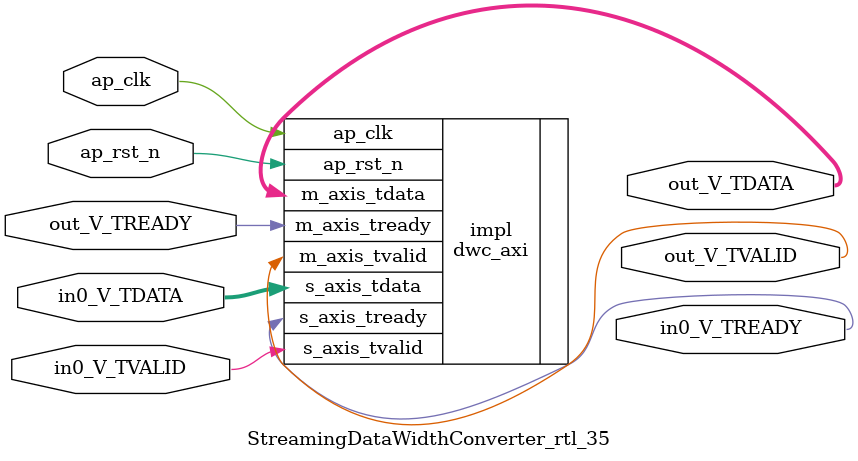
<source format=v>
/******************************************************************************
 * Copyright (C) 2023, Advanced Micro Devices, Inc.
 * All rights reserved.
 *
 * Redistribution and use in source and binary forms, with or without
 * modification, are permitted provided that the following conditions are met:
 *
 *  1. Redistributions of source code must retain the above copyright notice,
 *     this list of conditions and the following disclaimer.
 *
 *  2. Redistributions in binary form must reproduce the above copyright
 *     notice, this list of conditions and the following disclaimer in the
 *     documentation and/or other materials provided with the distribution.
 *
 *  3. Neither the name of the copyright holder nor the names of its
 *     contributors may be used to endorse or promote products derived from
 *     this software without specific prior written permission.
 *
 * THIS SOFTWARE IS PROVIDED BY THE COPYRIGHT HOLDERS AND CONTRIBUTORS "AS IS"
 * AND ANY EXPRESS OR IMPLIED WARRANTIES, INCLUDING, BUT NOT LIMITED TO,
 * THE IMPLIED WARRANTIES OF MERCHANTABILITY AND FITNESS FOR A PARTICULAR
 * PURPOSE ARE DISCLAIMED. IN NO EVENT SHALL THE COPYRIGHT HOLDER OR
 * CONTRIBUTORS BE LIABLE FOR ANY DIRECT, INDIRECT, INCIDENTAL, SPECIAL,
 * EXEMPLARY, OR CONSEQUENTIAL DAMAGES (INCLUDING, BUT NOT LIMITED TO,
 * PROCUREMENT OF SUBSTITUTE GOODS OR SERVICES; LOSS OF USE, DATA, OR PROFITS;
 * OR BUSINESS INTERRUPTION). HOWEVER CAUSED AND ON ANY THEORY OF LIABILITY,
 * WHETHER IN CONTRACT, STRICT LIABILITY, OR TORT (INCLUDING NEGLIGENCE OR
 * OTHERWISE) ARISING IN ANY WAY OUT OF THE USE OF THIS SOFTWARE, EVEN IF
 * ADVISED OF THE POSSIBILITY OF SUCH DAMAGE.
 *****************************************************************************/

module StreamingDataWidthConverter_rtl_35 #(
	parameter  IBITS = 5,
	parameter  OBITS = 320,

	parameter  AXI_IBITS = (IBITS+7)/8 * 8,
	parameter  AXI_OBITS = (OBITS+7)/8 * 8
)(
	//- Global Control ------------------
	(* X_INTERFACE_INFO = "xilinx.com:signal:clock:1.0 ap_clk CLK" *)
	(* X_INTERFACE_PARAMETER = "ASSOCIATED_BUSIF in0_V:out_V, ASSOCIATED_RESET ap_rst_n" *)
	input	ap_clk,
	(* X_INTERFACE_PARAMETER = "POLARITY ACTIVE_LOW" *)
	input	ap_rst_n,

	//- AXI Stream - Input --------------
	output	in0_V_TREADY,
	input	in0_V_TVALID,
	input	[AXI_IBITS-1:0]  in0_V_TDATA,

	//- AXI Stream - Output -------------
	input	out_V_TREADY,
	output	out_V_TVALID,
	output	[AXI_OBITS-1:0]  out_V_TDATA
);

	dwc_axi #(
		.IBITS(IBITS),
		.OBITS(OBITS)
	) impl (
		.ap_clk(ap_clk),
		.ap_rst_n(ap_rst_n),
		.s_axis_tready(in0_V_TREADY),
		.s_axis_tvalid(in0_V_TVALID),
		.s_axis_tdata(in0_V_TDATA),
		.m_axis_tready(out_V_TREADY),
		.m_axis_tvalid(out_V_TVALID),
		.m_axis_tdata(out_V_TDATA)
	);

endmodule

</source>
